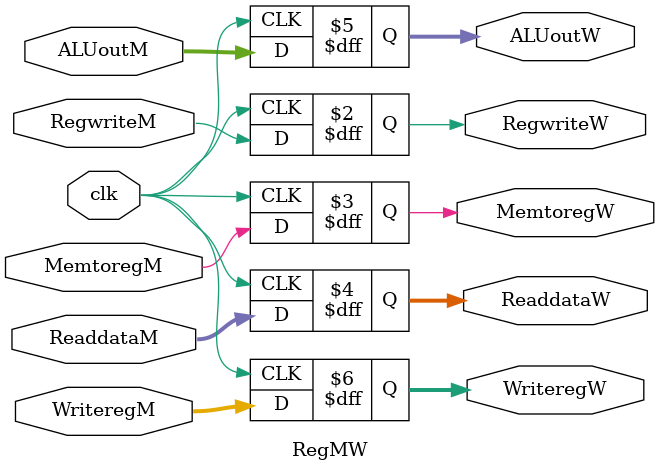
<source format=v>
`timescale 1ns / 1ps


module RegMW(
input clk,
input RegwriteM,
input MemtoregM,
input [31:0]ReaddataM,
input [31:0]ALUoutM,
input [4:0]WriteregM,
output reg RegwriteW,
output reg MemtoregW,
output reg [31:0]ReaddataW,
output reg [31:0]ALUoutW,
output reg [4:0]WriteregW
    );
 always @(posedge clk) 
    begin
           RegwriteW<=RegwriteM;
           MemtoregW<=MemtoregM;
           ALUoutW<=ALUoutM;
           ReaddataW<=ReaddataM; 
           WriteregW<=WriteregM;
     end
endmodule

</source>
